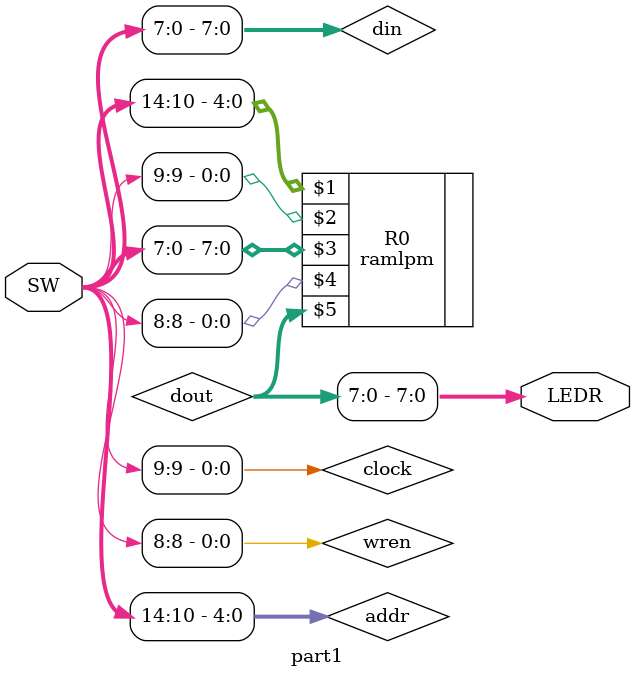
<source format=v>
module part1 (SW, LEDR);
  input [17:0] SW;
  output [17:0] LEDR;
  
  wire [7:0] din, dout;
  wire [4:0] addr;
  wire wren, clock;

  assign din = SW[7:0];
  assign wren = SW[8];
  assign clock = SW[9];
  assign addr = SW[14:10];
  assign LEDR[7:0] = dout;

  ramlpm R0 (addr, clock, din, wren, dout);

endmodule

</source>
